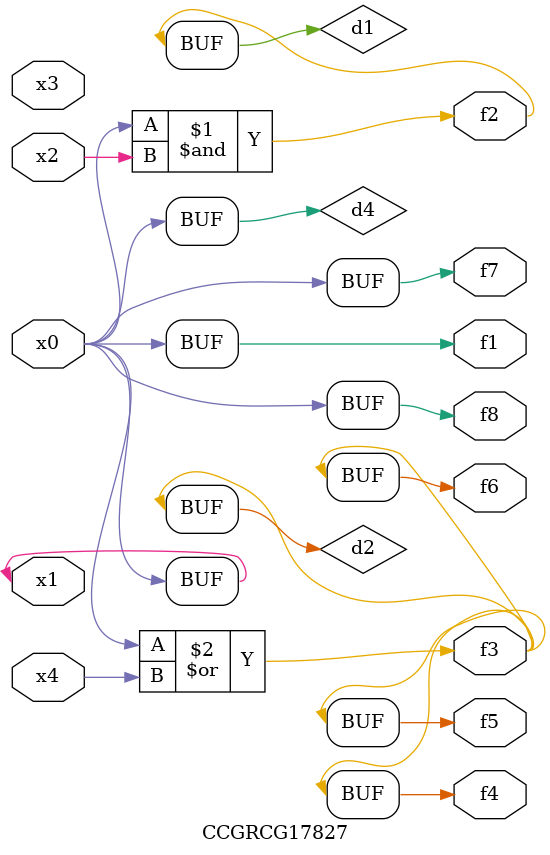
<source format=v>
module CCGRCG17827(
	input x0, x1, x2, x3, x4,
	output f1, f2, f3, f4, f5, f6, f7, f8
);

	wire d1, d2, d3, d4;

	and (d1, x0, x2);
	or (d2, x0, x4);
	nand (d3, x0, x2);
	buf (d4, x0, x1);
	assign f1 = d4;
	assign f2 = d1;
	assign f3 = d2;
	assign f4 = d2;
	assign f5 = d2;
	assign f6 = d2;
	assign f7 = d4;
	assign f8 = d4;
endmodule

</source>
